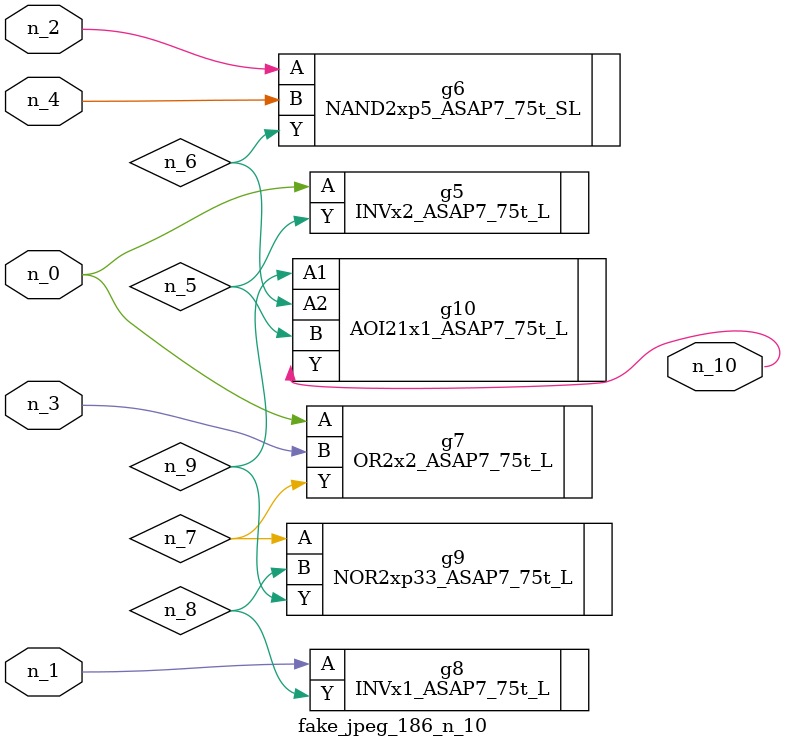
<source format=v>
module fake_jpeg_186_n_10 (n_3, n_2, n_1, n_0, n_4, n_10);

input n_3;
input n_2;
input n_1;
input n_0;
input n_4;

output n_10;

wire n_8;
wire n_9;
wire n_6;
wire n_5;
wire n_7;

INVx2_ASAP7_75t_L g5 ( 
.A(n_0),
.Y(n_5)
);

NAND2xp5_ASAP7_75t_SL g6 ( 
.A(n_2),
.B(n_4),
.Y(n_6)
);

OR2x2_ASAP7_75t_L g7 ( 
.A(n_0),
.B(n_3),
.Y(n_7)
);

INVx1_ASAP7_75t_L g8 ( 
.A(n_1),
.Y(n_8)
);

NOR2xp33_ASAP7_75t_L g9 ( 
.A(n_7),
.B(n_8),
.Y(n_9)
);

AOI21x1_ASAP7_75t_L g10 ( 
.A1(n_9),
.A2(n_6),
.B(n_5),
.Y(n_10)
);


endmodule
</source>
